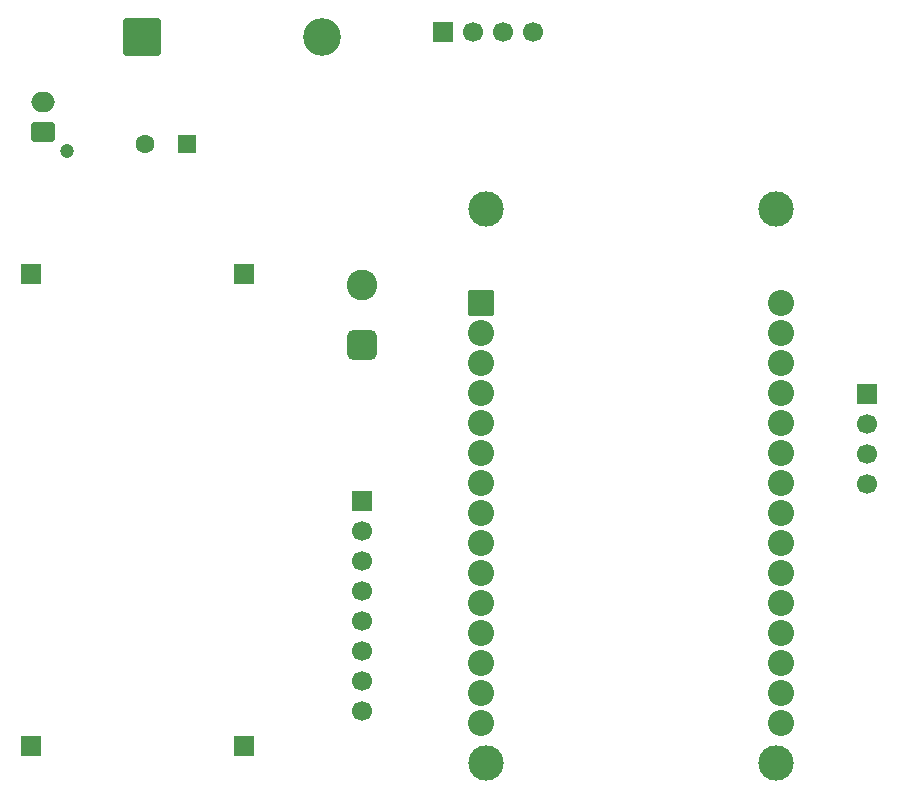
<source format=gbr>
%TF.GenerationSoftware,KiCad,Pcbnew,9.0.4*%
%TF.CreationDate,2025-11-03T20:32:51+05:30*%
%TF.ProjectId,BikeSSv2,42696b65-5353-4763-922e-6b696361645f,rev?*%
%TF.SameCoordinates,Original*%
%TF.FileFunction,Soldermask,Top*%
%TF.FilePolarity,Negative*%
%FSLAX46Y46*%
G04 Gerber Fmt 4.6, Leading zero omitted, Abs format (unit mm)*
G04 Created by KiCad (PCBNEW 9.0.4) date 2025-11-03 20:32:51*
%MOMM*%
%LPD*%
G01*
G04 APERTURE LIST*
G04 Aperture macros list*
%AMRoundRect*
0 Rectangle with rounded corners*
0 $1 Rounding radius*
0 $2 $3 $4 $5 $6 $7 $8 $9 X,Y pos of 4 corners*
0 Add a 4 corners polygon primitive as box body*
4,1,4,$2,$3,$4,$5,$6,$7,$8,$9,$2,$3,0*
0 Add four circle primitives for the rounded corners*
1,1,$1+$1,$2,$3*
1,1,$1+$1,$4,$5*
1,1,$1+$1,$6,$7*
1,1,$1+$1,$8,$9*
0 Add four rect primitives between the rounded corners*
20,1,$1+$1,$2,$3,$4,$5,0*
20,1,$1+$1,$4,$5,$6,$7,0*
20,1,$1+$1,$6,$7,$8,$9,0*
20,1,$1+$1,$8,$9,$2,$3,0*%
G04 Aperture macros list end*
%ADD10R,1.700000X1.700000*%
%ADD11C,1.700000*%
%ADD12RoundRect,0.650000X0.650000X-0.650000X0.650000X0.650000X-0.650000X0.650000X-0.650000X-0.650000X0*%
%ADD13C,2.600000*%
%ADD14C,3.000000*%
%ADD15RoundRect,0.102000X-1.000000X-1.000000X1.000000X-1.000000X1.000000X1.000000X-1.000000X1.000000X0*%
%ADD16C,2.204000*%
%ADD17RoundRect,0.250000X-1.350000X-1.350000X1.350000X-1.350000X1.350000X1.350000X-1.350000X1.350000X0*%
%ADD18C,3.200000*%
%ADD19C,1.200000*%
%ADD20RoundRect,0.250000X0.750000X-0.600000X0.750000X0.600000X-0.750000X0.600000X-0.750000X-0.600000X0*%
%ADD21O,2.000000X1.700000*%
%ADD22RoundRect,0.250000X0.550000X0.550000X-0.550000X0.550000X-0.550000X-0.550000X0.550000X-0.550000X0*%
%ADD23C,1.600000*%
G04 APERTURE END LIST*
D10*
%TO.C,J107*%
X99380000Y-83000000D03*
D11*
X101920000Y-83000000D03*
X104460000Y-83000000D03*
X107000000Y-83000000D03*
%TD*%
D10*
%TO.C,J108*%
X64500000Y-143500000D03*
%TD*%
%TO.C,J104*%
X92500000Y-122760000D03*
D11*
X92500000Y-125300000D03*
X92500000Y-127840000D03*
X92500000Y-130380000D03*
X92500000Y-132920000D03*
X92500000Y-135460000D03*
X92500000Y-138000000D03*
X92500000Y-140540000D03*
%TD*%
D12*
%TO.C,TP101*%
X92500000Y-109540000D03*
D13*
X92500000Y-104460000D03*
%TD*%
D10*
%TO.C,J105*%
X135275000Y-113700000D03*
D11*
X135275000Y-116240000D03*
X135275000Y-118780000D03*
X135275000Y-121320000D03*
%TD*%
D10*
%TO.C,J106*%
X64500000Y-103500000D03*
%TD*%
%TO.C,J102*%
X82500000Y-103500000D03*
%TD*%
D14*
%TO.C,U101*%
X103000000Y-98000000D03*
X103000000Y-144950000D03*
X127510000Y-98000000D03*
X127510000Y-144950000D03*
D15*
X102580000Y-105960000D03*
D16*
X102580000Y-108500000D03*
X102580000Y-111040000D03*
X102580000Y-113580000D03*
X102580000Y-116120000D03*
X102580000Y-118660000D03*
X102580000Y-121200000D03*
X102580000Y-123740000D03*
X102580000Y-126280000D03*
X102580000Y-128820000D03*
X102580000Y-131360000D03*
X102580000Y-133900000D03*
X102580000Y-136440000D03*
X102580000Y-138980000D03*
X102580000Y-141520000D03*
X127980000Y-141520000D03*
X127980000Y-138980000D03*
X127980000Y-136440000D03*
X127980000Y-133900000D03*
X127980000Y-131360000D03*
X127980000Y-128820000D03*
X127980000Y-126280000D03*
X127980000Y-123740000D03*
X127980000Y-121200000D03*
X127980000Y-118660000D03*
X127980000Y-116120000D03*
X127980000Y-113580000D03*
X127980000Y-111040000D03*
X127980000Y-108500000D03*
X127980000Y-105960000D03*
%TD*%
D17*
%TO.C,D101*%
X73880000Y-83500000D03*
D18*
X89120000Y-83500000D03*
%TD*%
D19*
%TO.C,J101*%
X67500000Y-93100000D03*
D20*
X65500000Y-91500000D03*
D21*
X65500000Y-89000000D03*
%TD*%
D22*
%TO.C,C101*%
X77652651Y-92500000D03*
D23*
X74152651Y-92500000D03*
%TD*%
D10*
%TO.C,J103*%
X82500000Y-143500000D03*
%TD*%
M02*

</source>
